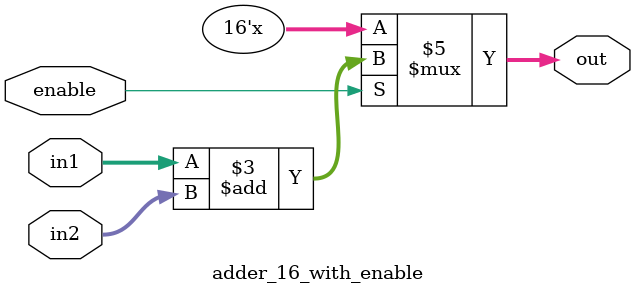
<source format=v>
/* Might need to freeze the pc for stalls. Hence making an adder for freezing the pc */

module adder_16_with_enable (in1, in2 ,enable, out);

	output reg [15:0]  out;	
	input  [15:0] in1, in2;
	input enable;
	//assign out = in1+in2;
	
	always @( enable, in1, in2 ) begin 
	   if (enable == 1'b0) 
	     out = out;
	   else 
	     out = in1 + in2;
	end
	
endmodule
</source>
